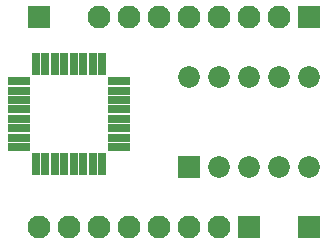
<source format=gbr>
G04 #@! TF.GenerationSoftware,KiCad,Pcbnew,(5.0.0)*
G04 #@! TF.CreationDate,2019-07-22T19:17:55-04:00*
G04 #@! TF.ProjectId,7segment,377365676D656E742E6B696361645F70,rev?*
G04 #@! TF.SameCoordinates,Original*
G04 #@! TF.FileFunction,Soldermask,Top*
G04 #@! TF.FilePolarity,Negative*
%FSLAX46Y46*%
G04 Gerber Fmt 4.6, Leading zero omitted, Abs format (unit mm)*
G04 Created by KiCad (PCBNEW (5.0.0)) date 07/22/19 19:17:55*
%MOMM*%
%LPD*%
G01*
G04 APERTURE LIST*
%ADD10R,1.940000X1.940000*%
%ADD11O,1.940000X1.940000*%
%ADD12C,1.840000*%
%ADD13R,1.840000X1.840000*%
%ADD14R,1.840000X0.790000*%
%ADD15R,0.790000X1.840000*%
G04 APERTURE END LIST*
D10*
G04 #@! TO.C,J4*
X81280000Y-55880000D03*
D11*
X78740000Y-55880000D03*
X76200000Y-55880000D03*
X73660000Y-55880000D03*
X71120000Y-55880000D03*
X68580000Y-55880000D03*
X66040000Y-55880000D03*
X63500000Y-55880000D03*
G04 #@! TD*
D10*
G04 #@! TO.C,J3*
X86360000Y-55880000D03*
G04 #@! TD*
G04 #@! TO.C,J1*
X63500000Y-38100000D03*
G04 #@! TD*
D12*
G04 #@! TO.C,U1*
X76200000Y-43180000D03*
X78740000Y-43180000D03*
X81280000Y-43180000D03*
X83820000Y-43180000D03*
X86360000Y-43180000D03*
X86360000Y-50800000D03*
X83820000Y-50800000D03*
X81280000Y-50800000D03*
X78740000Y-50800000D03*
D13*
X76200000Y-50800000D03*
G04 #@! TD*
D10*
G04 #@! TO.C,J2*
X86360000Y-38100000D03*
D11*
X83820000Y-38100000D03*
X81280000Y-38100000D03*
X78740000Y-38100000D03*
X76200000Y-38100000D03*
X73660000Y-38100000D03*
X71120000Y-38100000D03*
X68580000Y-38100000D03*
G04 #@! TD*
D14*
G04 #@! TO.C,U2*
X61790000Y-43555000D03*
X61790000Y-44355000D03*
X61790000Y-45155000D03*
X61790000Y-45955000D03*
X61790000Y-46755000D03*
X61790000Y-47555000D03*
X61790000Y-48355000D03*
X61790000Y-49155000D03*
D15*
X63240000Y-50605000D03*
X64040000Y-50605000D03*
X64840000Y-50605000D03*
X65640000Y-50605000D03*
X66440000Y-50605000D03*
X67240000Y-50605000D03*
X68040000Y-50605000D03*
X68840000Y-50605000D03*
D14*
X70290000Y-49155000D03*
X70290000Y-48355000D03*
X70290000Y-47555000D03*
X70290000Y-46755000D03*
X70290000Y-45955000D03*
X70290000Y-45155000D03*
X70290000Y-44355000D03*
X70290000Y-43555000D03*
D15*
X68840000Y-42105000D03*
X68040000Y-42105000D03*
X67240000Y-42105000D03*
X66440000Y-42105000D03*
X65640000Y-42105000D03*
X64840000Y-42105000D03*
X64040000Y-42105000D03*
X63240000Y-42105000D03*
G04 #@! TD*
M02*

</source>
